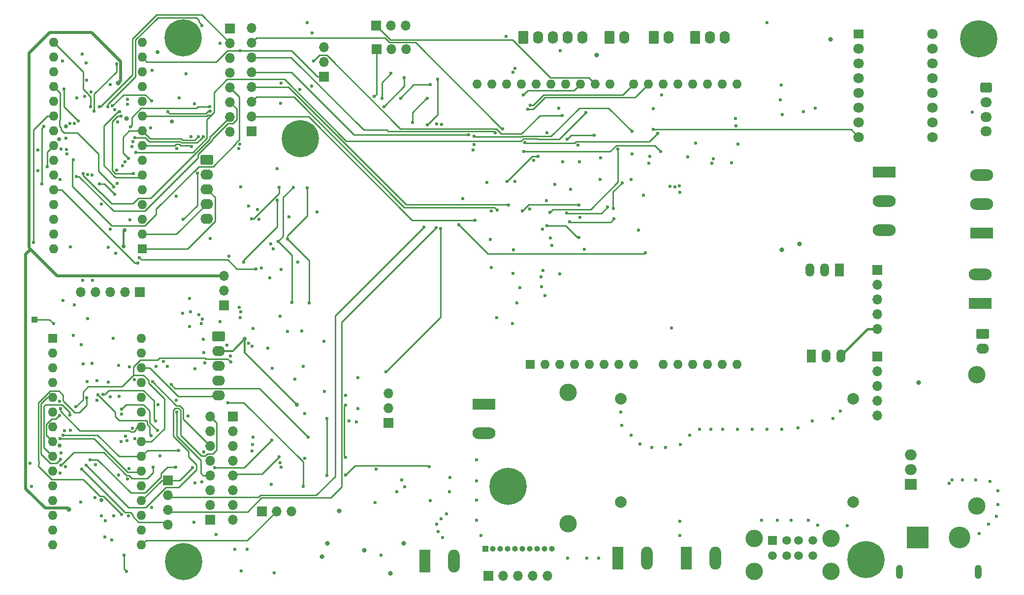
<source format=gbr>
%TF.GenerationSoftware,KiCad,Pcbnew,(6.0.0)*%
%TF.CreationDate,2022-06-20T16:18:32+01:00*%
%TF.ProjectId,RemoteLabs_supervisor_PCB,52656d6f-7465-44c6-9162-735f73757065,rev?*%
%TF.SameCoordinates,Original*%
%TF.FileFunction,Copper,L3,Inr*%
%TF.FilePolarity,Positive*%
%FSLAX46Y46*%
G04 Gerber Fmt 4.6, Leading zero omitted, Abs format (unit mm)*
G04 Created by KiCad (PCBNEW (6.0.0)) date 2022-06-20 16:18:32*
%MOMM*%
%LPD*%
G01*
G04 APERTURE LIST*
G04 Aperture macros list*
%AMRoundRect*
0 Rectangle with rounded corners*
0 $1 Rounding radius*
0 $2 $3 $4 $5 $6 $7 $8 $9 X,Y pos of 4 corners*
0 Add a 4 corners polygon primitive as box body*
4,1,4,$2,$3,$4,$5,$6,$7,$8,$9,$2,$3,0*
0 Add four circle primitives for the rounded corners*
1,1,$1+$1,$2,$3*
1,1,$1+$1,$4,$5*
1,1,$1+$1,$6,$7*
1,1,$1+$1,$8,$9*
0 Add four rect primitives between the rounded corners*
20,1,$1+$1,$2,$3,$4,$5,0*
20,1,$1+$1,$4,$5,$6,$7,0*
20,1,$1+$1,$6,$7,$8,$9,0*
20,1,$1+$1,$8,$9,$2,$3,0*%
G04 Aperture macros list end*
%TA.AperFunction,ComponentPad*%
%ADD10R,1.700000X1.700000*%
%TD*%
%TA.AperFunction,ComponentPad*%
%ADD11O,1.700000X1.700000*%
%TD*%
%TA.AperFunction,ComponentPad*%
%ADD12RoundRect,0.250000X-0.725000X0.600000X-0.725000X-0.600000X0.725000X-0.600000X0.725000X0.600000X0*%
%TD*%
%TA.AperFunction,ComponentPad*%
%ADD13O,1.950000X1.700000*%
%TD*%
%TA.AperFunction,ComponentPad*%
%ADD14C,3.000000*%
%TD*%
%TA.AperFunction,ComponentPad*%
%ADD15R,1.980000X3.960000*%
%TD*%
%TA.AperFunction,ComponentPad*%
%ADD16O,1.980000X3.960000*%
%TD*%
%TA.AperFunction,ComponentPad*%
%ADD17R,3.960000X1.980000*%
%TD*%
%TA.AperFunction,ComponentPad*%
%ADD18O,3.960000X1.980000*%
%TD*%
%TA.AperFunction,ComponentPad*%
%ADD19RoundRect,0.250000X-0.620000X-0.845000X0.620000X-0.845000X0.620000X0.845000X-0.620000X0.845000X0*%
%TD*%
%TA.AperFunction,ComponentPad*%
%ADD20O,1.740000X2.190000*%
%TD*%
%TA.AperFunction,ComponentPad*%
%ADD21R,1.500000X2.300000*%
%TD*%
%TA.AperFunction,ComponentPad*%
%ADD22O,1.500000X2.300000*%
%TD*%
%TA.AperFunction,ComponentPad*%
%ADD23R,1.000000X1.000000*%
%TD*%
%TA.AperFunction,ComponentPad*%
%ADD24O,1.000000X1.000000*%
%TD*%
%TA.AperFunction,ComponentPad*%
%ADD25RoundRect,0.250000X-0.845000X0.620000X-0.845000X-0.620000X0.845000X-0.620000X0.845000X0.620000X0*%
%TD*%
%TA.AperFunction,ComponentPad*%
%ADD26O,2.190000X1.740000*%
%TD*%
%TA.AperFunction,ComponentPad*%
%ADD27C,0.800000*%
%TD*%
%TA.AperFunction,ComponentPad*%
%ADD28C,6.400000*%
%TD*%
%TA.AperFunction,ComponentPad*%
%ADD29C,2.000000*%
%TD*%
%TA.AperFunction,ComponentPad*%
%ADD30R,1.600000X1.600000*%
%TD*%
%TA.AperFunction,ComponentPad*%
%ADD31O,1.600000X1.600000*%
%TD*%
%TA.AperFunction,ComponentPad*%
%ADD32C,3.716000*%
%TD*%
%TA.AperFunction,ComponentPad*%
%ADD33R,3.716000X3.716000*%
%TD*%
%TA.AperFunction,ComponentPad*%
%ADD34O,1.200000X2.400000*%
%TD*%
%TA.AperFunction,ComponentPad*%
%ADD35R,2.000000X1.905000*%
%TD*%
%TA.AperFunction,ComponentPad*%
%ADD36O,2.000000X1.905000*%
%TD*%
%TA.AperFunction,ComponentPad*%
%ADD37R,1.500000X1.500000*%
%TD*%
%TA.AperFunction,ComponentPad*%
%ADD38C,1.500000*%
%TD*%
%TA.AperFunction,ComponentPad*%
%ADD39R,1.800000X1.524000*%
%TD*%
%TA.AperFunction,ComponentPad*%
%ADD40C,1.800000*%
%TD*%
%TA.AperFunction,ViaPad*%
%ADD41C,0.600000*%
%TD*%
%TA.AperFunction,ViaPad*%
%ADD42C,0.700000*%
%TD*%
%TA.AperFunction,ViaPad*%
%ADD43C,0.800000*%
%TD*%
%TA.AperFunction,Conductor*%
%ADD44C,0.250000*%
%TD*%
%TA.AperFunction,Conductor*%
%ADD45C,0.300000*%
%TD*%
%TA.AperFunction,Conductor*%
%ADD46C,0.400000*%
%TD*%
%TA.AperFunction,Conductor*%
%ADD47C,0.500000*%
%TD*%
G04 APERTURE END LIST*
D10*
%TO.N,SERVO_1*%
%TO.C,J20*%
X110439200Y-24942800D03*
D11*
%TO.N,5V_DC_SERVO*%
X112979200Y-24942800D03*
%TO.N,GNDD*%
X115519200Y-24942800D03*
%TD*%
D12*
%TO.N,Net-(A4-Pad14)*%
%TO.C,J19*%
X215392000Y-35690800D03*
D13*
%TO.N,Net-(A4-Pad13)*%
X215392000Y-38190800D03*
%TO.N,Net-(J19-Pad3)*%
X215392000Y-40690800D03*
%TO.N,Net-(J19-Pad4)*%
X215392000Y-43190800D03*
%TD*%
D14*
%TO.N,12V_DC_BUS*%
%TO.C,F2*%
X143510000Y-88138000D03*
%TO.N,/DC Motor Controller/HC*%
X143510000Y-110738000D03*
%TD*%
D15*
%TO.N,GNDPWR*%
%TO.C,J31*%
X152044400Y-116636800D03*
D16*
%TO.N,5V_DC_RPI*%
X157044400Y-116636800D03*
%TD*%
D17*
%TO.N,/DC Motor Controller/HC3*%
%TO.C,J17*%
X197805200Y-50178600D03*
D18*
%TO.N,/DC Motor Controller/HC2*%
X197805200Y-55178600D03*
%TO.N,/DC Motor Controller/HC1*%
X197805200Y-60178600D03*
%TD*%
D10*
%TO.N,/Supervisor MCU/MOSI*%
%TO.C,J15*%
X101498400Y-33782000D03*
D11*
%TO.N,/Supervisor MCU/SCK*%
X101498400Y-31242000D03*
%TO.N,/Supervisor MCU/LATCH*%
X101498400Y-28702000D03*
%TD*%
D19*
%TO.N,/Digital Sensor Buffers/D_IN_B*%
%TO.C,J24*%
X158242000Y-27025600D03*
D20*
%TO.N,GNDD*%
X160782000Y-27025600D03*
%TD*%
D21*
%TO.N,12V_DC_BUS*%
%TO.C,U18*%
X190144400Y-67056000D03*
D22*
%TO.N,GND_PB*%
X187604400Y-67056000D03*
%TO.N,5V_DC_SERVO*%
X185064400Y-67056000D03*
%TD*%
D10*
%TO.N,STUDNT_LED3*%
%TO.C,J9*%
X74625200Y-103286400D03*
D11*
%TO.N,STUDNT_LED2*%
X74625200Y-105826400D03*
%TO.N,STUDNT_LED1*%
X74625200Y-108366400D03*
%TO.N,/Student MCU/SPARE_3*%
X74625200Y-110906400D03*
%TD*%
D19*
%TO.N,/Digital Sensor Buffers/D_IN_A*%
%TO.C,J23*%
X150622000Y-26994800D03*
D20*
%TO.N,GNDD*%
X153162000Y-26994800D03*
%TD*%
D10*
%TO.N,/Output Logic/SUPERVISOR_MOTOR_EN*%
%TO.C,J14*%
X89001600Y-43180000D03*
D11*
%TO.N,PEND_ENABLE*%
X89001600Y-40640000D03*
%TO.N,/Output Logic/MCU_STEP_SELECT*%
X89001600Y-38100000D03*
%TO.N,/Output Logic/MCU_PIXEL_SELECT*%
X89001600Y-35560000D03*
%TO.N,/Output Logic/SUPERVISOR_DIRECTION*%
X89001600Y-33020000D03*
%TO.N,/Output Logic/SUPERVISOR_STEP_SLP*%
X89001600Y-30480000D03*
%TO.N,/Output Logic/SUPERVISOR_STEP_RST*%
X89001600Y-27940000D03*
%TO.N,STEPP_EN*%
X89001600Y-25400000D03*
%TD*%
D15*
%TO.N,GNDPWR*%
%TO.C,J30*%
X163830000Y-116636800D03*
D16*
%TO.N,12V_DC_BUS*%
X168830000Y-116636800D03*
%TD*%
D23*
%TO.N,GNDPWR*%
%TO.C,J32*%
X129250600Y-115062000D03*
D24*
X130520600Y-115062000D03*
X131790600Y-115062000D03*
X133060600Y-115062000D03*
X134330600Y-115062000D03*
X135600600Y-115062000D03*
X136870600Y-115062000D03*
X138140600Y-115062000D03*
X139410600Y-115062000D03*
X140680600Y-115062000D03*
%TD*%
D25*
%TO.N,GNDD*%
%TO.C,J26*%
X83362800Y-78486000D03*
D26*
%TO.N,3V3_DC_MCU*%
X83362800Y-81026000D03*
%TO.N,/Student MCU/PROG_TX*%
X83362800Y-83566000D03*
%TO.N,/Student MCU/PROG_RX*%
X83362800Y-86106000D03*
%TO.N,/Student MCU/MCU_RESET*%
X83362800Y-88646000D03*
%TD*%
D10*
%TO.N,5V_DC_RPI*%
%TO.C,J29*%
X84328000Y-73137000D03*
D11*
%TO.N,/Power Input & Distribution/5_to_3v3_reg*%
X84328000Y-70597000D03*
%TO.N,USB_BUS*%
X84328000Y-68057000D03*
%TD*%
D15*
%TO.N,Net-(J22-Pad1)*%
%TO.C,J22*%
X118872000Y-117195600D03*
D16*
%TO.N,Net-(J22-Pad2)*%
X123872000Y-117195600D03*
%TD*%
D27*
%TO.N,N/C*%
%TO.C,H5*%
X131449744Y-105989456D03*
X131449744Y-102595344D03*
X134843856Y-102595344D03*
X133146800Y-106692400D03*
D28*
X133146800Y-104292400D03*
D27*
X130746800Y-104292400D03*
X134843856Y-105989456D03*
X135546800Y-104292400D03*
X133146800Y-101892400D03*
%TD*%
D10*
%TO.N,SERVO_2*%
%TO.C,J21*%
X110540800Y-29057600D03*
D11*
%TO.N,5V_DC_SERVO*%
X113080800Y-29057600D03*
%TO.N,GNDD*%
X115620800Y-29057600D03*
%TD*%
D29*
%TO.N,GNDPWR*%
%TO.C,A5*%
X192506600Y-89204800D03*
%TO.N,12V_DC_BUS*%
X192506600Y-106984800D03*
%TO.N,GNDPWR*%
X152501600Y-89204800D03*
%TO.N,5V_DC_RPI*%
X152501600Y-106984800D03*
%TD*%
D19*
%TO.N,5V_DC_LED*%
%TO.C,J2*%
X165303200Y-27025600D03*
D20*
%TO.N,Net-(J2-Pad2)*%
X167843200Y-27025600D03*
%TO.N,GNDD*%
X170383200Y-27025600D03*
%TD*%
D14*
%TO.N,/Power Input & Distribution/12V_DC*%
%TO.C,F1*%
X213715600Y-107696000D03*
%TO.N,/Power Input & Distribution/12V*%
X213715600Y-85096000D03*
%TD*%
D10*
%TO.N,/Output Logic/STUDENT_MOTOR_EN*%
%TO.C,J10*%
X85852000Y-92303600D03*
D11*
%TO.N,/Student MCU/SHIFT_1*%
X85852000Y-94843600D03*
%TO.N,/Student MCU/SHIFT_2*%
X85852000Y-97383600D03*
%TO.N,/Student MCU/SHIFT_3*%
X85852000Y-99923600D03*
%TO.N,/Output Logic/STUDENT_DIRECTION*%
X85852000Y-102463600D03*
%TO.N,/Output Logic/STUDENT_STEP_SLP*%
X85852000Y-105003600D03*
%TO.N,/Output Logic/STUDENT_STEP_RST*%
X85852000Y-107543600D03*
%TO.N,/Student MCU/SHIFT_7*%
X85852000Y-110083600D03*
%TD*%
D27*
%TO.N,N/C*%
%TO.C,H1*%
X78963856Y-25430144D03*
X79666800Y-27127200D03*
X78963856Y-28824256D03*
X74866800Y-27127200D03*
X77266800Y-24727200D03*
X77266800Y-29527200D03*
D28*
X77266800Y-27127200D03*
D27*
X75569744Y-25430144D03*
X75569744Y-28824256D03*
%TD*%
D17*
%TO.N,/DC Motor Controller/HC*%
%TO.C,J16*%
X128981200Y-90148200D03*
D18*
%TO.N,GNDPWR*%
X128981200Y-95148200D03*
%TD*%
D17*
%TO.N,/DC Motor Controller/HC1*%
%TO.C,J18*%
X214579200Y-60706000D03*
D18*
%TO.N,/DC Motor Controller/HC2*%
X214579200Y-55706000D03*
%TO.N,/DC Motor Controller/HC3*%
X214579200Y-50706000D03*
%TD*%
D10*
%TO.N,12V_DC_BUS*%
%TO.C,J33*%
X196646800Y-81991200D03*
D11*
X196646800Y-84531200D03*
X196646800Y-87071200D03*
X196646800Y-89611200D03*
X196646800Y-92151200D03*
%TD*%
D27*
%TO.N,N/C*%
%TO.C,H2*%
X79065456Y-115549344D03*
X79768400Y-117246400D03*
X77368400Y-119646400D03*
X77368400Y-114846400D03*
X79065456Y-118943456D03*
X75671344Y-115549344D03*
X74968400Y-117246400D03*
D28*
X77368400Y-117246400D03*
D27*
X75671344Y-118943456D03*
%TD*%
D30*
%TO.N,/Supervisor MCU/PROG_TX*%
%TO.C,A2*%
X70231000Y-63432923D03*
D31*
%TO.N,/Supervisor MCU/PROG_RX*%
X70231000Y-60892923D03*
%TO.N,/Supervisor MCU/MCU_RESET*%
X70231000Y-58352923D03*
%TO.N,GNDD*%
X70231000Y-55812923D03*
%TO.N,/Digital Sensor Buffers/D_OUT_E1*%
X70231000Y-53272923D03*
%TO.N,/Digital Sensor Buffers/D_OUT_C1*%
X70231000Y-50732923D03*
%TO.N,/Digital Sensor Buffers/D_OUT_D1*%
X70231000Y-48192923D03*
%TO.N,/Output Logic/SUPERVISOR_PIXEL_DATA*%
X70231000Y-45652923D03*
%TO.N,/Output Logic/SUPERVISOR_STEP*%
X70231000Y-43112923D03*
%TO.N,SUP_LED2*%
X70231000Y-40572923D03*
%TO.N,/Supervisor MCU/LATCH*%
X70231000Y-38032923D03*
%TO.N,SERVO_1*%
X70231000Y-35492923D03*
%TO.N,/Output Logic/SUPERVISOR_MOTOR_PWM*%
X70231000Y-32952923D03*
%TO.N,/Supervisor MCU/MOSI*%
X70231000Y-30412923D03*
%TO.N,SUP_LED1*%
X70231000Y-27872923D03*
%TO.N,/Supervisor MCU/SCK*%
X54991000Y-27872923D03*
%TO.N,3V3_DC_MCU*%
X54991000Y-30412923D03*
%TO.N,unconnected-(A2-Pad18)*%
X54991000Y-32952923D03*
%TO.N,/Supervisor MCU/STDNT_DC_M_DIR_2*%
X54991000Y-35492923D03*
%TO.N,/Supervisor MCU/STDNT_DC_M_DIR_1*%
X54991000Y-38032923D03*
%TO.N,/Supervisor MCU/STDNT_SRVO_RX_1*%
X54991000Y-40572923D03*
%TO.N,/Analog Sensor Buffers/A_OUT_C1*%
X54991000Y-43112923D03*
%TO.N,/Digital Sensor Buffers/D_OUT_A1*%
X54991000Y-45652923D03*
%TO.N,/Digital Sensor Buffers/D_OUT_F1*%
X54991000Y-48192923D03*
%TO.N,/Analog Sensor Buffers/A_OUT_B1*%
X54991000Y-50732923D03*
%TO.N,/Analog Sensor Buffers/A_OUT_A1*%
X54991000Y-53272923D03*
%TO.N,unconnected-(A2-Pad27)*%
X54991000Y-55812923D03*
%TO.N,/Supervisor MCU/MCU_RESET*%
X54991000Y-58352923D03*
%TO.N,GNDD*%
X54991000Y-60892923D03*
%TO.N,unconnected-(A2-Pad30)*%
X54991000Y-63432923D03*
%TD*%
D10*
%TO.N,3V3_DC_MCU*%
%TO.C,J36*%
X69850000Y-70866000D03*
D11*
X67310000Y-70866000D03*
X64770000Y-70866000D03*
X62230000Y-70866000D03*
X59690000Y-70866000D03*
%TD*%
D23*
%TO.N,Net-(J28-Pad1)*%
%TO.C,J28*%
X51714400Y-75590400D03*
%TD*%
D21*
%TO.N,12V_DC_BUS*%
%TO.C,U1*%
X185318400Y-81838800D03*
D22*
%TO.N,GND_PB*%
X187858400Y-81838800D03*
%TO.N,5V_DC_LED*%
X190398400Y-81838800D03*
%TD*%
D32*
%TO.N,GNDPWR*%
%TO.C,J3*%
X210820000Y-113080800D03*
D33*
%TO.N,/Power Input & Distribution/12V_DC*%
X203620000Y-113080800D03*
D34*
%TO.N,unconnected-(J3-PadS1)*%
X200470000Y-119080800D03*
%TO.N,unconnected-(J3-PadS2)*%
X213970000Y-119080800D03*
%TD*%
D25*
%TO.N,GNDD*%
%TO.C,J1*%
X81330800Y-48056800D03*
D26*
%TO.N,3V3_DC_MCU*%
X81330800Y-50596800D03*
%TO.N,/Supervisor MCU/PROG_TX*%
X81330800Y-53136800D03*
%TO.N,/Supervisor MCU/PROG_RX*%
X81330800Y-55676800D03*
%TO.N,/Supervisor MCU/MCU_RESET*%
X81330800Y-58216800D03*
%TD*%
D30*
%TO.N,/Student MCU/PROG_TX*%
%TO.C,A1*%
X54856000Y-78868500D03*
D31*
%TO.N,/Student MCU/PROG_RX*%
X54856000Y-81408500D03*
%TO.N,/Student MCU/MCU_RESET*%
X54856000Y-83948500D03*
%TO.N,GNDD*%
X54856000Y-86488500D03*
%TO.N,OE_B*%
X54856000Y-89028500D03*
%TO.N,OE_A*%
X54856000Y-91568500D03*
%TO.N,OE_IDX*%
X54856000Y-94108500D03*
%TO.N,/Output Logic/STUDENT_PIXEL_DATA*%
X54856000Y-96648500D03*
%TO.N,/Output Logic/STUDENT_STEP*%
X54856000Y-99188500D03*
%TO.N,/Student MCU/DC_MOTOR_DIR2*%
X54856000Y-101728500D03*
%TO.N,/Student MCU/LATCH*%
X54856000Y-104268500D03*
%TO.N,/Student MCU/SERVO_1*%
X54856000Y-106808500D03*
%TO.N,/Output Logic/STUDENT_MOTOR_PWM*%
X54856000Y-109348500D03*
%TO.N,/Student MCU/MOSI*%
X54856000Y-111888500D03*
%TO.N,/Student MCU/DC_MOTOR_DIR1*%
X54856000Y-114428500D03*
%TO.N,/Student MCU/SCK*%
X70096000Y-114428500D03*
%TO.N,3V3_DC_MCU*%
X70096000Y-111888500D03*
%TO.N,unconnected-(A1-Pad18)*%
X70096000Y-109348500D03*
%TO.N,STUDNT_LED3*%
X70096000Y-106808500D03*
%TO.N,STUDNT_LED2*%
X70096000Y-104268500D03*
%TO.N,STUDNT_LED1*%
X70096000Y-101728500D03*
%TO.N,/Analog Sensor Buffers/A_OUT_C2*%
X70096000Y-99188500D03*
%TO.N,LIMIT_1*%
X70096000Y-96648500D03*
%TO.N,STU_STP_FLT*%
X70096000Y-94108500D03*
%TO.N,/Analog Sensor Buffers/A_OUT_B2*%
X70096000Y-91568500D03*
%TO.N,/Analog Sensor Buffers/A_OUT_A2*%
X70096000Y-89028500D03*
%TO.N,unconnected-(A1-Pad27)*%
X70096000Y-86488500D03*
%TO.N,/Student MCU/MCU_RESET*%
X70096000Y-83948500D03*
%TO.N,GNDD*%
X70096000Y-81408500D03*
%TO.N,unconnected-(A1-Pad30)*%
X70096000Y-78868500D03*
%TD*%
D30*
%TO.N,unconnected-(A3-Pad1)*%
%TO.C,A3*%
X136956800Y-83309520D03*
D31*
%TO.N,unconnected-(A3-Pad2)*%
X139496800Y-83309520D03*
%TO.N,unconnected-(A3-Pad3)*%
X142036800Y-83309520D03*
%TO.N,unconnected-(A3-Pad4)*%
X144576800Y-83309520D03*
%TO.N,5V_DC_SERVO*%
X147116800Y-83309520D03*
%TO.N,GNDD*%
X149656800Y-83309520D03*
X152196800Y-83309520D03*
%TO.N,unconnected-(A3-Pad8)*%
X154736800Y-83309520D03*
%TO.N,M_I_SENSE_1*%
X159816800Y-83309520D03*
%TO.N,M_I_SENSE_2*%
X162356800Y-83309520D03*
%TO.N,unconnected-(A3-Pad11)*%
X164896800Y-83309520D03*
%TO.N,unconnected-(A3-Pad12)*%
X167436800Y-83309520D03*
%TO.N,unconnected-(A3-Pad13)*%
X169976800Y-83309520D03*
%TO.N,unconnected-(A3-Pad14)*%
X172516800Y-83309520D03*
%TO.N,unconnected-(A3-Pad15)*%
X172516800Y-35049520D03*
%TO.N,unconnected-(A3-Pad16)*%
X169976800Y-35049520D03*
%TO.N,SUP_LED2*%
X167436800Y-35049520D03*
%TO.N,/DC Motor Controller/IN_1*%
X164896800Y-35049520D03*
%TO.N,/DC Motor Controller/PENDULUM_PIN_1*%
X162356800Y-35049520D03*
%TO.N,PEND_ENABLE*%
X159816800Y-35049520D03*
%TO.N,STUDNT_LED1*%
X157276800Y-35049520D03*
%TO.N,STUDNT_LED2*%
X154736800Y-35049520D03*
%TO.N,STUDNT_LED3*%
X150676800Y-35049520D03*
%TO.N,SERVO_1*%
X148136800Y-35049520D03*
%TO.N,SUP_LED1*%
X145596800Y-35049520D03*
%TO.N,/DC Motor Controller/IN_2*%
X143056800Y-35049520D03*
%TO.N,/DC Motor Controller/ENABLE*%
X140516800Y-35049520D03*
X137976800Y-35049520D03*
%TO.N,GNDD*%
X135436800Y-35049520D03*
%TO.N,unconnected-(A3-Pad30)*%
X132896800Y-35049520D03*
%TO.N,unconnected-(A3-Pad31)*%
X130356800Y-35049520D03*
%TO.N,unconnected-(A3-Pad32)*%
X127816800Y-35049520D03*
%TD*%
D35*
%TO.N,/Power Input & Distribution/01*%
%TO.C,Q1*%
X202438000Y-103936800D03*
D36*
%TO.N,/Power Input & Distribution/12V*%
X202438000Y-101396800D03*
%TO.N,12V_DC_BUS*%
X202438000Y-98856800D03*
%TD*%
D19*
%TO.N,5V_DC_RPI*%
%TO.C,J25*%
X135788400Y-27025600D03*
D20*
%TO.N,/Digital Sensor Buffers/D_IN_C*%
X138328400Y-27025600D03*
%TO.N,/Digital Sensor Buffers/D_IN_D*%
X140868400Y-27025600D03*
%TO.N,/Digital Sensor Buffers/D_IN_E*%
X143408400Y-27025600D03*
%TO.N,GNDD*%
X145948400Y-27025600D03*
%TD*%
D10*
%TO.N,Net-(J27-Pad1)*%
%TO.C,J27*%
X112572800Y-93355400D03*
D11*
%TO.N,A_BUFFER_OUT_A*%
X112572800Y-90815400D03*
%TO.N,A_BUFFER_OUT_B*%
X112572800Y-88275400D03*
%TD*%
D10*
%TO.N,/Student MCU/MOSI*%
%TO.C,J11*%
X90779600Y-108610400D03*
D11*
%TO.N,/Student MCU/SCK*%
X93319600Y-108610400D03*
%TO.N,/Student MCU/LATCH*%
X95859600Y-108610400D03*
%TD*%
D10*
%TO.N,Net-(J8-Pad1)*%
%TO.C,J8*%
X81889600Y-110032800D03*
D11*
%TO.N,Net-(J8-Pad2)*%
X81889600Y-107492800D03*
%TO.N,Net-(J8-Pad3)*%
X81889600Y-104952800D03*
%TO.N,Net-(J8-Pad4)*%
X81889600Y-102412800D03*
%TO.N,Net-(J8-Pad5)*%
X81889600Y-99872800D03*
%TO.N,Net-(J8-Pad6)*%
X81889600Y-97332800D03*
%TO.N,Net-(J8-Pad7)*%
X81889600Y-94792800D03*
%TO.N,/Student MCU/MODE_2*%
X81889600Y-92252800D03*
%TD*%
D27*
%TO.N,N/C*%
%TO.C,H6*%
X196362656Y-118638656D03*
X192968544Y-118638656D03*
X196362656Y-115244544D03*
D28*
X194665600Y-116941600D03*
D27*
X194665600Y-114541600D03*
X197065600Y-116941600D03*
X192265600Y-116941600D03*
X192968544Y-115244544D03*
X194665600Y-119341600D03*
%TD*%
%TO.N,N/C*%
%TO.C,H3*%
X215819056Y-28976656D03*
X216522000Y-27279600D03*
D28*
X214122000Y-27279600D03*
D27*
X215819056Y-25582544D03*
X212424944Y-25582544D03*
X214122000Y-29679600D03*
X212424944Y-28976656D03*
X214122000Y-24879600D03*
X211722000Y-27279600D03*
%TD*%
D10*
%TO.N,5V_DC_LED*%
%TO.C,J34*%
X196646800Y-67061000D03*
D11*
X196646800Y-69601000D03*
X196646800Y-72141000D03*
X196646800Y-74681000D03*
X196646800Y-77221000D03*
%TD*%
D10*
%TO.N,5V_DC_RPI*%
%TO.C,J35*%
X129748200Y-119735600D03*
D11*
X132288200Y-119735600D03*
X134828200Y-119735600D03*
X137368200Y-119735600D03*
X139908200Y-119735600D03*
%TD*%
D25*
%TO.N,GNDPWR*%
%TO.C,J4*%
X214731600Y-78079600D03*
D26*
%TO.N,12V_DC_BUS*%
X214731600Y-80619600D03*
%TD*%
D37*
%TO.N,5V_DC_RPI*%
%TO.C,J5*%
X178584000Y-113643600D03*
D38*
%TO.N,unconnected-(J5-Pad2)*%
X181084000Y-113643600D03*
%TO.N,unconnected-(J5-Pad3)*%
X183084000Y-113643600D03*
%TO.N,GNDPWR*%
X185584000Y-113643600D03*
%TO.N,5V_DC_RPI*%
X178584000Y-116263600D03*
%TO.N,unconnected-(J5-Pad6)*%
X181084000Y-116263600D03*
%TO.N,unconnected-(J5-Pad7)*%
X183084000Y-116263600D03*
%TO.N,GNDPWR*%
X185584000Y-116263600D03*
D14*
X188654000Y-118973600D03*
X188654000Y-113293600D03*
X175514000Y-118973600D03*
X175514000Y-113293600D03*
%TD*%
D17*
%TO.N,GNDPWR*%
%TO.C,J6*%
X214376000Y-72847200D03*
D18*
%TO.N,5V_DC_LED*%
X214376000Y-67847200D03*
%TD*%
D27*
%TO.N,N/C*%
%TO.C,H4*%
X99783600Y-44450000D03*
X97383600Y-42050000D03*
X99080656Y-42752944D03*
X97383600Y-46850000D03*
D28*
X97383600Y-44450000D03*
D27*
X99080656Y-46147056D03*
X95686544Y-42752944D03*
X95686544Y-46147056D03*
X94983600Y-44450000D03*
%TD*%
D10*
%TO.N,Net-(J12-Pad1)*%
%TO.C,J12*%
X85293200Y-25450800D03*
D11*
%TO.N,Net-(J12-Pad2)*%
X85293200Y-27990800D03*
%TO.N,Net-(J12-Pad3)*%
X85293200Y-30530800D03*
%TO.N,Net-(J12-Pad4)*%
X85293200Y-33070800D03*
%TO.N,Net-(J12-Pad5)*%
X85293200Y-35610800D03*
%TO.N,Net-(J12-Pad6)*%
X85293200Y-38150800D03*
%TO.N,SERVO_2*%
X85293200Y-40690800D03*
%TO.N,MODE_2*%
X85293200Y-43230800D03*
%TD*%
D39*
%TO.N,STEPP_EN*%
%TO.C,A4*%
X193446400Y-26416000D03*
D40*
%TO.N,MODE_0*%
X193446400Y-28956000D03*
%TO.N,MODE_1*%
X193446400Y-31496000D03*
%TO.N,MODE_2*%
X193446400Y-34036000D03*
%TO.N,/Output Logic/STEP_RST_OUT*%
X193446400Y-36576000D03*
%TO.N,/Output Logic/STEP_SLP_OUT*%
X193446400Y-39116000D03*
%TO.N,/DC Motor Controller/PENDULUM_PIN_1*%
X193446400Y-41656000D03*
%TO.N,/Output Logic/DIRECTION_OUT*%
X193446400Y-44196000D03*
%TO.N,GNDPWR*%
X206146400Y-44196000D03*
%TO.N,STPPR_FAULT*%
X206146400Y-41656000D03*
%TO.N,Net-(J19-Pad3)*%
X206146400Y-39116000D03*
%TO.N,Net-(J19-Pad4)*%
X206146400Y-36576000D03*
%TO.N,Net-(A4-Pad13)*%
X206146400Y-34036000D03*
%TO.N,Net-(A4-Pad14)*%
X206146400Y-31496000D03*
%TO.N,GNDPWR*%
X206146400Y-28956000D03*
%TO.N,12V_DC_BUS*%
X206146400Y-26416000D03*
%TD*%
D41*
%TO.N,Net-(J19-Pad4)*%
X213004400Y-39878000D03*
%TO.N,PEND_ENABLE*%
X152044400Y-46228000D03*
%TO.N,/Student MCU/PROG_TX*%
X68537670Y-94299700D03*
X78130400Y-92172199D03*
D42*
%TO.N,3V3_DC_MCU*%
X67056000Y-62992000D03*
X56054438Y-97268907D03*
X87884000Y-78943200D03*
X72898000Y-29565600D03*
X67157600Y-60198000D03*
D43*
X67564000Y-40944800D03*
D42*
X63195200Y-106699400D03*
D43*
X102108000Y-114096800D03*
X108407200Y-115316000D03*
D42*
X96824800Y-90220800D03*
X55903333Y-44579067D03*
X75285600Y-41503600D03*
X57099200Y-42367200D03*
D41*
%TO.N,/Student MCU/PROG_RX*%
X72927004Y-90273158D03*
%TO.N,/Student MCU/MCU_RESET*%
X71831200Y-107950000D03*
X86156800Y-115112800D03*
X88290400Y-115163600D03*
X79095600Y-110490000D03*
%TO.N,STUDNT_LED3*%
X132994400Y-51816000D03*
X66676365Y-109139547D03*
X82702400Y-101092000D03*
X121591025Y-59948437D03*
X112166400Y-84582000D03*
X78892400Y-101092000D03*
X92481400Y-96393000D03*
X138328400Y-47498000D03*
X105192993Y-88646651D03*
X60706000Y-89103200D03*
X141884400Y-39243000D03*
%TO.N,STUDNT_LED2*%
X118643400Y-59690000D03*
X136961741Y-38684432D03*
X62653751Y-88572730D03*
X71749846Y-95605600D03*
X120902775Y-41905563D03*
%TO.N,OE_B*%
X79959200Y-74777600D03*
X56184800Y-99618800D03*
X78536800Y-74218800D03*
X86918800Y-73507600D03*
%TO.N,STUDNT_LED1*%
X136550400Y-39370000D03*
X121691400Y-42037000D03*
X56095358Y-96114454D03*
X120802400Y-59817000D03*
%TO.N,OE_A*%
X80363041Y-76304159D03*
X78333600Y-76809600D03*
X57059524Y-100960600D03*
X60870111Y-75477089D03*
X97891600Y-83667600D03*
%TO.N,/Analog Sensor Buffers/A_OUT_C2*%
X76517859Y-98132543D03*
X80811110Y-98406967D03*
X82956400Y-112623600D03*
X110286800Y-107137200D03*
X56575631Y-95475282D03*
%TO.N,OE_IDX*%
X87121841Y-75285759D03*
X73843211Y-82823989D03*
X64373452Y-86380581D03*
X80721200Y-78994000D03*
X83616800Y-75946000D03*
%TO.N,LIMIT_1*%
X85478451Y-82923813D03*
X92608400Y-84023200D03*
X58841300Y-90626409D03*
%TO.N,/Output Logic/STUDENT_PIXEL_DATA*%
X74544814Y-83688814D03*
X72586080Y-83688814D03*
X142046590Y-67726190D03*
X80846134Y-81252534D03*
X146262989Y-63485100D03*
X88555927Y-79638456D03*
X56036644Y-92124221D03*
X84837934Y-80009808D03*
%TO.N,STU_STP_FLT*%
X77216000Y-74523600D03*
X87172800Y-74269600D03*
X80568800Y-75488800D03*
X56157557Y-90897752D03*
%TO.N,/Output Logic/STUDENT_STEP*%
X85381951Y-81878700D03*
X79273400Y-84074000D03*
X80975200Y-83058000D03*
X68884800Y-85953600D03*
X57797258Y-92067762D03*
X89132805Y-80192005D03*
%TO.N,/Analog Sensor Buffers/A_OUT_B2*%
X84988400Y-89916000D03*
X56872629Y-94732991D03*
X97891600Y-104343200D03*
%TO.N,/Student MCU/DC_MOTOR_DIR2*%
X59978800Y-68868800D03*
X58515489Y-73095089D03*
%TO.N,/Analog Sensor Buffers/A_OUT_A2*%
X62484000Y-89509600D03*
X75234800Y-86817200D03*
X98770100Y-95836367D03*
%TO.N,/Student MCU/LATCH*%
X89255600Y-95859600D03*
%TO.N,/Student MCU/SERVO_1*%
X51206400Y-104343200D03*
%TO.N,/Output Logic/STUDENT_MOTOR_PWM*%
X139741905Y-55138980D03*
%TO.N,/Student MCU/MOSI*%
X89204800Y-97129600D03*
%TO.N,/Student MCU/DC_MOTOR_DIR1*%
X61719567Y-68806500D03*
%TO.N,/Student MCU/SCK*%
X62155257Y-106242610D03*
X62164987Y-100625062D03*
X89103200Y-98196400D03*
%TO.N,/Supervisor MCU/PROG_TX*%
X56235600Y-46228000D03*
%TO.N,/Supervisor MCU/PROG_RX*%
X57173083Y-46317479D03*
%TO.N,/Supervisor MCU/MCU_RESET*%
X79705200Y-50393600D03*
X77283077Y-58352923D03*
X76568984Y-37437116D03*
X79197200Y-38455600D03*
%TO.N,/Supervisor MCU/STDNT_DC_M_DIR_2*%
X64359374Y-63176611D03*
X65313900Y-52745300D03*
%TO.N,/Supervisor MCU/STDNT_DC_M_DIR_1*%
X65684400Y-64211200D03*
X60835316Y-50652961D03*
X52984400Y-52273200D03*
X53315086Y-42353953D03*
%TO.N,/Digital Sensor Buffers/D_OUT_E1*%
X88560550Y-56067050D03*
X76123080Y-54331320D03*
X68681600Y-50444400D03*
X66598800Y-40589200D03*
%TO.N,/Supervisor MCU/STDNT_SRVO_RX_1*%
X51511200Y-62280800D03*
X60328267Y-37165730D03*
%TO.N,/Digital Sensor Buffers/D_OUT_C1*%
X66329898Y-39836275D03*
X94132400Y-66954400D03*
%TO.N,/Analog Sensor Buffers/A_OUT_C1*%
X61417200Y-36423600D03*
X71678800Y-42621200D03*
X107101300Y-93229069D03*
%TO.N,/Digital Sensor Buffers/D_OUT_D1*%
X90068400Y-56642000D03*
X68478400Y-45770800D03*
%TO.N,/Digital Sensor Buffers/D_OUT_A1*%
X53866489Y-49257511D03*
X66891040Y-49123821D03*
X68150266Y-58396666D03*
X89763600Y-66852800D03*
X69748400Y-64922400D03*
%TO.N,/Output Logic/SUPERVISOR_PIXEL_DATA*%
X78704101Y-45836501D03*
X141181264Y-52315936D03*
X86867647Y-46174455D03*
X145539385Y-57970011D03*
X137526373Y-48167204D03*
%TO.N,/Digital Sensor Buffers/D_OUT_F1*%
X67305022Y-48439845D03*
X56083200Y-51511200D03*
X90322400Y-58369200D03*
%TO.N,/Output Logic/SUPERVISOR_STEP*%
X127116500Y-46370611D03*
X86980500Y-45382957D03*
X67859011Y-47863389D03*
X79854154Y-44109300D03*
%TO.N,/Analog Sensor Buffers/A_OUT_B1*%
X80728763Y-44100731D03*
X68943255Y-44246830D03*
X105831590Y-93077285D03*
%TO.N,SUP_LED2*%
X69102900Y-46786800D03*
X146507200Y-39928800D03*
%TO.N,/Analog Sensor Buffers/A_OUT_A1*%
X69507370Y-65845638D03*
X101549200Y-87985600D03*
X61628879Y-50750239D03*
%TO.N,/Supervisor MCU/LATCH*%
X97355641Y-35994359D03*
X67716400Y-38557200D03*
X99364800Y-35356800D03*
%TO.N,/Output Logic/SUPERVISOR_MOTOR_PWM*%
X64719200Y-35102800D03*
X56794400Y-35864800D03*
X145455819Y-48397500D03*
X59253429Y-41412023D03*
%TO.N,/Supervisor MCU/MOSI*%
X61925200Y-39674800D03*
X87071200Y-29260800D03*
X65798500Y-31543377D03*
%TO.N,SUP_LED1*%
X142577070Y-48397500D03*
X67665600Y-37693600D03*
X135756014Y-36923910D03*
X71924678Y-32688525D03*
%TO.N,/Supervisor MCU/SCK*%
X61315121Y-38917615D03*
%TO.N,/DC Motor Controller/PENDULUM_PIN_1*%
X157505400Y-47498000D03*
X162661625Y-53690557D03*
X159537400Y-36957000D03*
%TO.N,/DC Motor Controller/IN_1*%
X145186400Y-45593000D03*
%TO.N,/Output Logic/STEP_SLP_OUT*%
X171602400Y-48641000D03*
%TO.N,/Output Logic/STUDENT_STEP_SLP*%
X133908800Y-76301600D03*
X93965489Y-100208514D03*
%TO.N,/Output Logic/SUPERVISOR_STEP_SLP*%
X130944497Y-43451052D03*
%TO.N,STEPP_EN*%
X177698400Y-24511000D03*
%TO.N,M_I_SENSE_1*%
X123088400Y-105257600D03*
%TO.N,M_I_SENSE_2*%
X123190000Y-102768400D03*
%TO.N,MODE_0*%
X81889600Y-39725600D03*
X180136800Y-35255200D03*
X172262800Y-40944800D03*
X74602516Y-39828854D03*
X65521340Y-39494193D03*
%TO.N,MODE_1*%
X179933600Y-37795200D03*
X71831200Y-37947600D03*
X65118288Y-38803719D03*
X172339532Y-42250700D03*
%TO.N,MODE_2*%
X80518000Y-24942800D03*
X83642200Y-28067000D03*
X180340000Y-40335200D03*
X172720000Y-45415200D03*
X183946800Y-39776400D03*
X165445811Y-45253011D03*
X64322048Y-38927700D03*
%TO.N,/Output Logic/STEP_RST_OUT*%
X168473359Y-47961513D03*
%TO.N,/Output Logic/DIRECTION_OUT*%
X158129900Y-42838549D03*
%TO.N,STPPR_FAULT*%
X93472000Y-49631600D03*
X168172628Y-48702300D03*
X164010359Y-47627559D03*
%TO.N,GNDPWR*%
X217169750Y-109473750D03*
X154330400Y-95504000D03*
X148691600Y-116636800D03*
X177665279Y-94521121D03*
X185451689Y-93084711D03*
X172585279Y-94521121D03*
X175125279Y-94521121D03*
X127747289Y-103341911D03*
X191465200Y-111048800D03*
X189064900Y-92646500D03*
X160223200Y-97586800D03*
X183040121Y-94241721D03*
X162788600Y-97155000D03*
X155829000Y-97002600D03*
X157886400Y-97586800D03*
X162712400Y-110337600D03*
X211277200Y-103225600D03*
X217415111Y-105063289D03*
X215823550Y-110819950D03*
X152679400Y-93853000D03*
X184759600Y-110185200D03*
X127747289Y-99735111D03*
X127747289Y-106643911D03*
X217415111Y-107450889D03*
X128473200Y-112776000D03*
X181864000Y-110185200D03*
X209518000Y-103225600D03*
X179476400Y-110185200D03*
X143357600Y-116636800D03*
X186397200Y-111036800D03*
X168013279Y-94521121D03*
X162712400Y-112776000D03*
X190334900Y-91376500D03*
X213563200Y-103225600D03*
X208975200Y-103768400D03*
X166082879Y-94521121D03*
X185953400Y-39243000D03*
X216077800Y-103505000D03*
X176784000Y-110185200D03*
X152501600Y-91490800D03*
D43*
X188569600Y-27381200D03*
D41*
X214197950Y-112445550D03*
D43*
X203758800Y-86410800D03*
D41*
X127747289Y-110149111D03*
X146659600Y-116636800D03*
X164414200Y-95529400D03*
X180205279Y-94521121D03*
X170045279Y-94521121D03*
D43*
%TO.N,5V_DC_RPI*%
X148361400Y-30099000D03*
D41*
%TO.N,Net-(C3-Pad1)*%
X67106800Y-116179600D03*
X67513200Y-118922800D03*
%TO.N,Net-(C11-Pad2)*%
X56312340Y-100676135D03*
X56018629Y-89648751D03*
X72085200Y-101041200D03*
%TO.N,/Supervisor MCU/HSE_IN*%
X65532000Y-54051200D03*
X62890400Y-52222400D03*
D43*
%TO.N,USB_BUS*%
X66090800Y-34899600D03*
X57658000Y-108254800D03*
D41*
%TO.N,/Student MCU/USB_P*%
X67614800Y-96469200D03*
X63855600Y-110236000D03*
X63794692Y-113055281D03*
%TO.N,/Student MCU/USB_N*%
X63246000Y-109372400D03*
X66598800Y-96621600D03*
%TO.N,/Supervisor MCU/USB_P*%
X60581624Y-31376042D03*
X60684119Y-34369719D03*
%TO.N,Net-(J2-Pad2)*%
X133987810Y-33042590D03*
%TO.N,Net-(J8-Pad1)*%
X79298800Y-103682800D03*
X57840739Y-94655743D03*
%TO.N,Net-(J8-Pad2)*%
X61246875Y-99711803D03*
X76023771Y-101004651D03*
X80490506Y-103557894D03*
%TO.N,Net-(J8-Pad3)*%
X67667142Y-103035587D03*
%TO.N,Net-(J8-Pad4)*%
X76200000Y-91490800D03*
%TO.N,Net-(J8-Pad5)*%
X66649600Y-90982800D03*
X72823866Y-94667866D03*
%TO.N,Net-(J8-Pad6)*%
X71983600Y-86258400D03*
X64707085Y-88880893D03*
X66294000Y-88798400D03*
%TO.N,Net-(J8-Pad7)*%
X63485701Y-88510523D03*
X72485777Y-93040200D03*
%TO.N,/Student MCU/MODE_2*%
X60553600Y-100634800D03*
%TO.N,/Student MCU/SPARE_3*%
X59844415Y-101345366D03*
%TO.N,/Output Logic/STUDENT_MOTOR_EN*%
X130098800Y-61772800D03*
X107317271Y-85639195D03*
%TO.N,/Output Logic/STUDENT_DIRECTION*%
X93789148Y-99224748D03*
X130251200Y-66598800D03*
%TO.N,/Output Logic/STUDENT_STEP_RST*%
X94132400Y-100990400D03*
X135193700Y-70104000D03*
%TO.N,Net-(J12-Pad1)*%
X68646231Y-44989111D03*
X78605153Y-44094401D03*
%TO.N,Net-(J12-Pad2)*%
X62890400Y-38963600D03*
%TO.N,Net-(J12-Pad3)*%
X57759600Y-41808400D03*
%TO.N,Net-(J12-Pad4)*%
X68224400Y-42418000D03*
X81838800Y-38912800D03*
X57320862Y-47103205D03*
%TO.N,Net-(J12-Pad5)*%
X58414822Y-48075128D03*
%TO.N,Net-(J12-Pad6)*%
X58928000Y-51003200D03*
%TO.N,SERVO_2*%
X110134400Y-37211000D03*
X60050191Y-50502019D03*
%TO.N,/Output Logic/SUPERVISOR_MOTOR_EN*%
X99669600Y-31089600D03*
X142494000Y-40436800D03*
%TO.N,PEND_ENABLE*%
X140411200Y-61518800D03*
X127489380Y-58467125D03*
X139085980Y-60060500D03*
X140309600Y-57150000D03*
%TO.N,/Output Logic/MCU_STEP_SELECT*%
X134010400Y-67665600D03*
X94076540Y-34866874D03*
X134670800Y-72745600D03*
X131269539Y-56760839D03*
%TO.N,/Output Logic/MCU_PIXEL_SELECT*%
X133248400Y-55880000D03*
X139852400Y-59436000D03*
X145338800Y-61468000D03*
%TO.N,/Output Logic/SUPERVISOR_DIRECTION*%
X126364640Y-43796811D03*
%TO.N,/Output Logic/SUPERVISOR_STEP_RST*%
X132225450Y-42722800D03*
%TO.N,/Digital Sensor Buffers/D_IN_A*%
X142138400Y-29337000D03*
X114655600Y-37548410D03*
X119744280Y-35162280D03*
%TO.N,/Digital Sensor Buffers/D_IN_B*%
X119276117Y-37548410D03*
X134356325Y-32333083D03*
X116738400Y-41656000D03*
%TO.N,/Digital Sensor Buffers/D_IN_E*%
X111455200Y-37548410D03*
X113030000Y-33223200D03*
%TO.N,/Digital Sensor Buffers/D_IN_D*%
X111810800Y-38912800D03*
X115316000Y-33934400D03*
%TO.N,/Digital Sensor Buffers/D_IN_C*%
X119227600Y-42062400D03*
X121005600Y-34239200D03*
%TO.N,Net-(J28-Pad1)*%
X54965600Y-76301600D03*
%TO.N,A_BUFFER_IN*%
X114046000Y-105257600D03*
%TO.N,Net-(C14-Pad1)*%
X60045600Y-83261200D03*
X59740800Y-79959200D03*
%TO.N,/Student MCU/SERVO_2*%
X50966618Y-100347004D03*
X56134000Y-102006400D03*
%TO.N,/Supervisor MCU/STDNT_SRVO_RX_2*%
X57919476Y-63039767D03*
X65938400Y-52120800D03*
%TO.N,LIMIT_2*%
X96520000Y-85852000D03*
X66136607Y-102388229D03*
%TO.N,/Digital Sensor Buffers/D_OUT_B1*%
X58559103Y-41808400D03*
X92760800Y-63449200D03*
%TO.N,Net-(U8-Pad2)*%
X149006900Y-51460400D03*
X130251200Y-56896000D03*
%TO.N,Net-(U12-Pad13)*%
X135585200Y-56896000D03*
X145314712Y-55890500D03*
%TO.N,Net-(U14-Pad3)*%
X147929600Y-43840400D03*
X152760020Y-52034100D03*
X143306800Y-44551600D03*
X151282400Y-56438800D03*
%TO.N,Net-(U11-Pad3)*%
X127304800Y-44043600D03*
X154477084Y-43197147D03*
%TO.N,Net-(U10-Pad3)*%
X154340189Y-51450611D03*
X139141200Y-67106800D03*
%TO.N,Net-(U10-Pad4)*%
X161038385Y-52677215D03*
X138836400Y-68224400D03*
%TO.N,Net-(U10-Pad10)*%
X162617692Y-52591011D03*
X139496800Y-71424800D03*
%TO.N,Net-(U10-Pad11)*%
X138938000Y-69951600D03*
X161834440Y-52751386D03*
%TO.N,Net-(U11-Pad4)*%
X154482800Y-47091600D03*
X127304800Y-45466000D03*
%TO.N,Net-(U11-Pad10)*%
X135839200Y-46685200D03*
X159410400Y-46634400D03*
%TO.N,Net-(U11-Pad11)*%
X158902400Y-43499700D03*
X135991600Y-45161200D03*
%TO.N,Net-(U12-Pad3)*%
X143182401Y-57266500D03*
X150291800Y-56261000D03*
%TO.N,Net-(U12-Pad4)*%
X143713200Y-58724800D03*
X151348120Y-58282520D03*
%TO.N,/Analog Sensor Buffers/DB1*%
X119786400Y-106781600D03*
X105170900Y-90322400D03*
X105170900Y-99314000D03*
%TO.N,/Analog Sensor Buffers/DB2*%
X105170900Y-102362000D03*
X101955600Y-102412800D03*
X102006400Y-92659200D03*
X119583200Y-100888800D03*
%TO.N,/Analog Sensor Buffers/A_IN_C*%
X114858800Y-103174800D03*
X111302800Y-116128800D03*
%TO.N,Net-(U20-Pad2)*%
X91795600Y-80518000D03*
X93451826Y-55056152D03*
X87680800Y-65684400D03*
%TO.N,Net-(U20-Pad4)*%
X90728800Y-66751200D03*
X95453200Y-57912000D03*
X95199200Y-77622400D03*
X92354400Y-62585600D03*
%TO.N,Net-(U20-Pad6)*%
X92151200Y-68427600D03*
X97637600Y-77578811D03*
%TO.N,Net-(U20-Pad8)*%
X98958400Y-72694800D03*
X98602800Y-52933600D03*
X95199200Y-61722000D03*
%TO.N,Net-(U20-Pad10)*%
X93573600Y-62128400D03*
X96215200Y-52832000D03*
X95961200Y-72644000D03*
%TO.N,Net-(U20-Pad12)*%
X89073399Y-58220385D03*
X93776800Y-52832000D03*
X93934484Y-74985179D03*
%TO.N,Net-(C2A1-Pad2)*%
X66690191Y-91893805D03*
X68935600Y-96062800D03*
%TO.N,Net-(C15-Pad1)*%
X60784902Y-86268619D03*
X62484000Y-86120900D03*
%TO.N,GNDD*%
X115366800Y-104394000D03*
X65328800Y-109372400D03*
X56540400Y-31089600D03*
X58944159Y-37433383D03*
X64719200Y-60045600D03*
X121615200Y-109880400D03*
X78384400Y-71983600D03*
X121869200Y-113131600D03*
X139852400Y-43434000D03*
X98145600Y-91744800D03*
X58420000Y-78333600D03*
D43*
X112877600Y-119329200D03*
D41*
X134315200Y-51816000D03*
X67374876Y-95659061D03*
X81889600Y-61671200D03*
X87172800Y-52730400D03*
X110439200Y-101346000D03*
X64973200Y-113538000D03*
X157327600Y-48666400D03*
X125323600Y-54813200D03*
D43*
X101142800Y-116433600D03*
D41*
X121158000Y-112115600D03*
X92913200Y-119227600D03*
X61620400Y-83159600D03*
X98577400Y-24511000D03*
X76047600Y-89458800D03*
X52273200Y-49936400D03*
X57099200Y-44348400D03*
X56642000Y-72339200D03*
X134061200Y-63601600D03*
X149098000Y-47752000D03*
X76203400Y-46129800D03*
X131216400Y-75285600D03*
X73304400Y-99060000D03*
X161290000Y-77012800D03*
X59944000Y-29921200D03*
X143916400Y-53136800D03*
X77742800Y-33306000D03*
X132802549Y-26809078D03*
X52273200Y-46380400D03*
X67868800Y-109423200D03*
X98196400Y-99517200D03*
X65862118Y-49861255D03*
X65227200Y-78790800D03*
X63173000Y-55699000D03*
X92456000Y-103936800D03*
X101498400Y-79349600D03*
X89306400Y-77114400D03*
X120853200Y-110794800D03*
X136855200Y-56591200D03*
X140665200Y-62839600D03*
X107340400Y-90932000D03*
X156413200Y-54152800D03*
X67919600Y-101244400D03*
X66192400Y-83464400D03*
X87274400Y-118872000D03*
D43*
X104140000Y-108508800D03*
X115163600Y-114096800D03*
D41*
X65999543Y-41590724D03*
X97028000Y-65684400D03*
X68072000Y-83769200D03*
X59698564Y-107027036D03*
X99466400Y-26289000D03*
X85140800Y-64668400D03*
X94030800Y-38354000D03*
X122580400Y-109016800D03*
X100330000Y-57099200D03*
X56281761Y-98567908D03*
X155570586Y-60218986D03*
X158129900Y-39290181D03*
X129540000Y-51968400D03*
D43*
%TO.N,GND_PB*%
X183235600Y-62585600D03*
X180238400Y-63601600D03*
D41*
%TO.N,/Output Logic/PIXEL_DATA_OUT*%
X156768800Y-64109600D03*
X124714000Y-59283600D03*
%TD*%
D44*
%TO.N,PEND_ENABLE*%
X152044400Y-51943000D02*
X147345400Y-56642000D01*
X152044400Y-46228000D02*
X152044400Y-51943000D01*
X147345400Y-56642000D02*
X140817600Y-56642000D01*
X140817600Y-56642000D02*
X140309600Y-57150000D01*
%TO.N,Net-(U11-Pad10)*%
X158379499Y-45603499D02*
X159410400Y-46634400D01*
X151785722Y-45603499D02*
X158379499Y-45603499D01*
X135839200Y-46685200D02*
X150704021Y-46685200D01*
X150704021Y-46685200D02*
X151785722Y-45603499D01*
%TO.N,Net-(U12-Pad3)*%
X143261411Y-57345510D02*
X143182401Y-57266500D01*
X149207290Y-57345510D02*
X143261411Y-57345510D01*
X150291800Y-56261000D02*
X149207290Y-57345510D01*
%TO.N,Net-(U12-Pad13)*%
X145202612Y-55778400D02*
X145314712Y-55890500D01*
X135585200Y-56896000D02*
X136702800Y-55778400D01*
X136702800Y-55778400D02*
X145202612Y-55778400D01*
%TO.N,Net-(U14-Pad3)*%
X144018000Y-43840400D02*
X147929600Y-43840400D01*
X143306800Y-44551600D02*
X144018000Y-43840400D01*
%TO.N,Net-(U11-Pad11)*%
X157433601Y-44968499D02*
X158902400Y-43499700D01*
X144593120Y-45176101D02*
X144800722Y-44968499D01*
X136006501Y-45176101D02*
X144593120Y-45176101D01*
X135991600Y-45161200D02*
X136006501Y-45176101D01*
X144800722Y-44968499D02*
X157433601Y-44968499D01*
D45*
%TO.N,3V3_DC_MCU*%
X67056000Y-60299600D02*
X67157600Y-60198000D01*
X87884000Y-78943200D02*
X85801200Y-81026000D01*
X85801200Y-81026000D02*
X83362800Y-81026000D01*
X87884000Y-78943200D02*
X87884000Y-81280000D01*
X87884000Y-81280000D02*
X96824800Y-90220800D01*
X67056000Y-62992000D02*
X67056000Y-60299600D01*
D44*
%TO.N,/Student MCU/MCU_RESET*%
X70096000Y-83948500D02*
X71482921Y-83948500D01*
X71482921Y-83948500D02*
X76383621Y-88849200D01*
X76383621Y-88849200D02*
X83159600Y-88849200D01*
X83159600Y-88849200D02*
X83362800Y-88646000D01*
%TO.N,STUDNT_LED3*%
X62997299Y-106024899D02*
X63561717Y-106024899D01*
X121564400Y-75184000D02*
X121564400Y-59975062D01*
X52424021Y-100517237D02*
X52374800Y-100566458D01*
X82708511Y-101098111D02*
X87776289Y-101098111D01*
X73618100Y-103286400D02*
X74625200Y-103286400D01*
X82702400Y-101092000D02*
X82708511Y-101098111D01*
X70096000Y-106808500D02*
X73618100Y-103286400D01*
X60116389Y-103143989D02*
X62997299Y-106024899D01*
X52374800Y-99950660D02*
X52424021Y-99999881D01*
X52374800Y-100837600D02*
X54681189Y-103143989D01*
X52374800Y-100566458D02*
X52374800Y-100837600D01*
X54681189Y-103143989D02*
X60116389Y-103143989D01*
X59436000Y-91592400D02*
X58623200Y-91592400D01*
X52374800Y-89919400D02*
X52374800Y-99950660D01*
X87776289Y-101098111D02*
X92481400Y-96393000D01*
X55899989Y-87903989D02*
X54390211Y-87903989D01*
X60706000Y-90322400D02*
X59436000Y-91592400D01*
X132994400Y-51816000D02*
X137312400Y-47498000D01*
X56642000Y-88646000D02*
X55899989Y-87903989D01*
X58623200Y-91592400D02*
X56642000Y-89611200D01*
X121564400Y-59975062D02*
X121591025Y-59948437D01*
X54390211Y-87903989D02*
X52374800Y-89919400D01*
X63561717Y-106024899D02*
X66676365Y-109139547D01*
X137312400Y-47498000D02*
X138328400Y-47498000D01*
X52424021Y-99999881D02*
X52424021Y-100517237D01*
X112166400Y-84582000D02*
X121564400Y-75184000D01*
X74625200Y-103286400D02*
X76698000Y-103286400D01*
X76698000Y-103286400D02*
X78892400Y-101092000D01*
X60706000Y-89103200D02*
X60706000Y-90322400D01*
X56642000Y-89611200D02*
X56642000Y-88646000D01*
%TO.N,STUDNT_LED2*%
X100169911Y-105849489D02*
X103403400Y-102616000D01*
X70885989Y-92983989D02*
X71076889Y-93174889D01*
X71076889Y-93556593D02*
X71551800Y-94031504D01*
X137489264Y-38684432D02*
X136961741Y-38684432D01*
X66263189Y-92983989D02*
X70885989Y-92983989D01*
X103403400Y-74930000D02*
X118643400Y-59690000D01*
X71551800Y-94031504D02*
X71551800Y-95407554D01*
X152897831Y-36888489D02*
X139285206Y-36888490D01*
X65582800Y-91501779D02*
X65582800Y-92303600D01*
X90555785Y-105849489D02*
X100169911Y-105849489D01*
X74625200Y-105826400D02*
X74976911Y-106178111D01*
X74976911Y-106178111D02*
X90227163Y-106178111D01*
X90227163Y-106178111D02*
X90555785Y-105849489D01*
X103403400Y-102616000D02*
X103403400Y-74930000D01*
X65582800Y-92303600D02*
X66263189Y-92983989D01*
X139285206Y-36888490D02*
X137489264Y-38684432D01*
X154736800Y-35049520D02*
X152897831Y-36888489D01*
X62653751Y-88572730D02*
X65582800Y-91501779D01*
X71551800Y-95407554D02*
X71749846Y-95605600D01*
X71076889Y-93174889D02*
X71076889Y-93556593D01*
%TO.N,OE_B*%
X54856000Y-89028500D02*
X53901404Y-89028500D01*
X52824311Y-98747111D02*
X54390211Y-100313011D01*
X52824311Y-90105593D02*
X52824311Y-98747111D01*
X54390211Y-100313011D02*
X55490589Y-100313011D01*
X53901404Y-89028500D02*
X52824311Y-90105593D01*
X55490589Y-100313011D02*
X56184800Y-99618800D01*
%TO.N,STUDNT_LED1*%
X137439400Y-39370000D02*
X139471400Y-37338000D01*
X104546400Y-104394000D02*
X104546400Y-77978000D01*
X155092400Y-37338000D02*
X155092400Y-37233920D01*
X102641400Y-106299000D02*
X90741978Y-106299000D01*
X104546400Y-76073000D02*
X120802400Y-59817000D01*
X102641400Y-106299000D02*
X104546400Y-104394000D01*
X67660922Y-101868901D02*
X69955599Y-101868901D01*
X88322867Y-108718111D02*
X74976911Y-108718111D01*
X69955599Y-101868901D02*
X70096000Y-101728500D01*
X104546400Y-77978000D02*
X104546400Y-76073000D01*
X56095358Y-96114454D02*
X61906475Y-96114454D01*
X74976911Y-108718111D02*
X74625200Y-108366400D01*
X139471400Y-37338000D02*
X155092400Y-37338000D01*
X90741978Y-106299000D02*
X88322867Y-108718111D01*
X61906475Y-96114454D02*
X67660922Y-101868901D01*
X136550400Y-39370000D02*
X137439400Y-39370000D01*
X155092400Y-37233920D02*
X157276800Y-35049520D01*
%TO.N,/Analog Sensor Buffers/A_OUT_C2*%
X71151957Y-98132543D02*
X76517859Y-98132543D01*
X62556882Y-95475282D02*
X66270100Y-99188500D01*
X66270100Y-99188500D02*
X70096000Y-99188500D01*
X70096000Y-99188500D02*
X71151957Y-98132543D01*
X56575631Y-95475282D02*
X62556882Y-95475282D01*
%TO.N,LIMIT_1*%
X84901438Y-82346800D02*
X85478451Y-82923813D01*
X68732400Y-85140800D02*
X68732400Y-83721800D01*
X68732400Y-83721800D02*
X69921189Y-82533011D01*
X66743511Y-87129689D02*
X68732400Y-85140800D01*
X71359099Y-86567878D02*
X74015600Y-89224379D01*
X69921189Y-82533011D02*
X72895410Y-82533011D01*
X72895410Y-82533011D02*
X73228933Y-82199488D01*
X68732400Y-85140800D02*
X70440021Y-85140800D01*
X74015600Y-94405979D02*
X71773079Y-96648500D01*
X60952311Y-87129689D02*
X66743511Y-87129689D01*
X58841300Y-90626409D02*
X60045600Y-89422109D01*
X74015600Y-89224379D02*
X74015600Y-94405979D01*
X60045600Y-89422109D02*
X60045600Y-88036400D01*
X60045600Y-88036400D02*
X60952311Y-87129689D01*
X80999867Y-82199488D02*
X81147179Y-82346800D01*
X81147179Y-82346800D02*
X84901438Y-82346800D01*
X70440021Y-85140800D02*
X71359099Y-86059878D01*
X73228933Y-82199488D02*
X80999867Y-82199488D01*
X71773079Y-96648500D02*
X70096000Y-96648500D01*
X71359099Y-86059878D02*
X71359099Y-86567878D01*
%TO.N,/Output Logic/STUDENT_PIXEL_DATA*%
X53731489Y-95523989D02*
X53731489Y-93642711D01*
X55890579Y-92124221D02*
X56036644Y-92124221D01*
X54856000Y-96648500D02*
X53731489Y-95523989D01*
X54681189Y-92693011D02*
X55321789Y-92693011D01*
X53731489Y-93642711D02*
X54681189Y-92693011D01*
X55321789Y-92693011D02*
X55890579Y-92124221D01*
%TO.N,STU_STP_FLT*%
X69354256Y-94108500D02*
X69162171Y-94300585D01*
X69162171Y-94300585D02*
X69162171Y-94558378D01*
X59500070Y-94704470D02*
X56157557Y-91361957D01*
X56157557Y-91361957D02*
X56157557Y-90897752D01*
X68278992Y-94924201D02*
X68059261Y-94704470D01*
X69162171Y-94558378D02*
X68796348Y-94924201D01*
X68059261Y-94704470D02*
X59500070Y-94704470D01*
X68796348Y-94924201D02*
X68278992Y-94924201D01*
X70096000Y-94108500D02*
X69354256Y-94108500D01*
%TO.N,/Output Logic/STUDENT_STEP*%
X56416235Y-90271310D02*
X57797258Y-91652333D01*
X54856000Y-99188500D02*
X53273822Y-97606322D01*
X53592348Y-90273252D02*
X56277307Y-90273252D01*
X57797258Y-91652333D02*
X57797258Y-92067762D01*
X56277307Y-90273252D02*
X56279249Y-90271310D01*
X53273822Y-97606322D02*
X53273822Y-90591778D01*
X53273822Y-90591778D02*
X53592348Y-90273252D01*
X56279249Y-90271310D02*
X56416235Y-90271310D01*
%TO.N,/Analog Sensor Buffers/A_OUT_B2*%
X97891600Y-100095579D02*
X87712021Y-89916000D01*
X87712021Y-89916000D02*
X84988400Y-89916000D01*
X97891600Y-104343200D02*
X97891600Y-100095579D01*
%TO.N,/Analog Sensor Buffers/A_OUT_A2*%
X75844400Y-87426800D02*
X75234800Y-86817200D01*
X90360533Y-87426800D02*
X75844400Y-87426800D01*
X98770100Y-95836367D02*
X90360533Y-87426800D01*
%TO.N,/Student MCU/SCK*%
X70895999Y-113628501D02*
X88301499Y-113628501D01*
X70096000Y-114428500D02*
X70895999Y-113628501D01*
X88301499Y-113628501D02*
X93319600Y-108610400D01*
%TO.N,/Supervisor MCU/PROG_TX*%
X78028983Y-63432923D02*
X82750320Y-58711586D01*
X82750320Y-54556320D02*
X81330800Y-53136800D01*
X70231000Y-63432923D02*
X78028983Y-63432923D01*
X82750320Y-58711586D02*
X82750320Y-54556320D01*
%TO.N,/Supervisor MCU/PROG_RX*%
X70231000Y-60892923D02*
X76114677Y-60892923D01*
X76114677Y-60892923D02*
X81330800Y-55676800D01*
%TO.N,/Supervisor MCU/MCU_RESET*%
X77283077Y-58352923D02*
X79705200Y-55930800D01*
X79705200Y-55930800D02*
X79705200Y-50393600D01*
%TO.N,/Supervisor MCU/STDNT_DC_M_DIR_2*%
X56235600Y-42570400D02*
X55981600Y-42316400D01*
X62747790Y-50079010D02*
X65313900Y-52645120D01*
X62747790Y-47101390D02*
X59105800Y-43459400D01*
X56235600Y-42570400D02*
X56235600Y-42926000D01*
X56235600Y-42926000D02*
X56769000Y-43459400D01*
X55981600Y-41249600D02*
X56115511Y-41115689D01*
X55981600Y-42316400D02*
X55981600Y-41249600D01*
X56115511Y-36617434D02*
X56115511Y-41115689D01*
X54991000Y-35492923D02*
X56115511Y-36617434D01*
X65313900Y-52645120D02*
X65313900Y-52745300D01*
X59105800Y-43459400D02*
X56769000Y-43459400D01*
X62747790Y-50079010D02*
X62747790Y-47101390D01*
%TO.N,/Supervisor MCU/STDNT_DC_M_DIR_1*%
X52984400Y-42684639D02*
X53315086Y-42353953D01*
X52984400Y-52273200D02*
X52984400Y-42684639D01*
%TO.N,/Digital Sensor Buffers/D_OUT_E1*%
X65106615Y-41484615D02*
X66002030Y-40589200D01*
X65237617Y-50119933D02*
X65237617Y-50052386D01*
X66002030Y-40589200D02*
X66598800Y-40589200D01*
X65106615Y-49921384D02*
X65106615Y-41484615D01*
X68681600Y-50444400D02*
X68676562Y-50449438D01*
X65603440Y-50485756D02*
X65237617Y-50119933D01*
X65237617Y-50052386D02*
X65106615Y-49921384D01*
X66120796Y-50485756D02*
X65603440Y-50485756D01*
X66157114Y-50449438D02*
X66120796Y-50485756D01*
X68676562Y-50449438D02*
X66157114Y-50449438D01*
%TO.N,/Supervisor MCU/STDNT_SRVO_RX_1*%
X54991000Y-40572923D02*
X53859630Y-40572923D01*
X53859630Y-40572923D02*
X51511200Y-42921353D01*
X51511200Y-42921353D02*
X51511200Y-62280800D01*
%TO.N,/Digital Sensor Buffers/D_OUT_C1*%
X64788107Y-50238580D02*
X63660089Y-49110562D01*
X65417246Y-50935266D02*
X64788106Y-50306126D01*
X63660089Y-49110562D02*
X63660089Y-42238623D01*
X63660089Y-42238623D02*
X66062437Y-39836275D01*
X65669228Y-51119701D02*
X65484794Y-50935267D01*
X69844222Y-51119701D02*
X65669228Y-51119701D01*
X66062437Y-39836275D02*
X66329898Y-39836275D01*
X65484794Y-50935267D02*
X65417246Y-50935266D01*
X64788106Y-50306126D02*
X64788107Y-50238580D01*
%TO.N,/Digital Sensor Buffers/D_OUT_A1*%
X69748400Y-64922400D02*
X70118901Y-65292901D01*
X54991000Y-45652923D02*
X53866489Y-46777434D01*
X53866489Y-46777434D02*
X53866489Y-49257511D01*
X84932922Y-65292901D02*
X86492821Y-66852800D01*
X86492821Y-66852800D02*
X89763600Y-66852800D01*
X70118901Y-65292901D02*
X84932922Y-65292901D01*
%TO.N,/Output Logic/SUPERVISOR_PIXEL_DATA*%
X76589078Y-45378299D02*
X76863702Y-45652923D01*
X76863702Y-45652923D02*
X78520523Y-45652923D01*
X75797098Y-45652923D02*
X76071722Y-45378299D01*
X76071722Y-45378299D02*
X76589078Y-45378299D01*
X78520523Y-45652923D02*
X78704101Y-45836501D01*
X70231000Y-45652923D02*
X75797098Y-45652923D01*
%TO.N,/Output Logic/SUPERVISOR_STEP*%
X79244553Y-44718901D02*
X79854154Y-44109300D01*
X70231000Y-43112923D02*
X67986677Y-43112923D01*
X66903600Y-46907978D02*
X67859011Y-47863389D01*
X66903600Y-44196000D02*
X66903600Y-46907978D01*
X67986677Y-43112923D02*
X66903600Y-44196000D01*
X71597356Y-44479279D02*
X76961466Y-44479279D01*
X77201088Y-44718901D02*
X79244553Y-44718901D01*
X70231000Y-43112923D02*
X71597356Y-44479279D01*
X76961466Y-44479279D02*
X77201088Y-44718901D01*
%TO.N,/Analog Sensor Buffers/A_OUT_B1*%
X70729203Y-44246830D02*
X68943255Y-44246830D01*
X80111439Y-44733801D02*
X79676828Y-45168412D01*
X76775272Y-44928789D02*
X71411162Y-44928789D01*
X79676828Y-45168412D02*
X77014895Y-45168412D01*
X71411162Y-44928789D02*
X70729203Y-44246830D01*
X80478655Y-44366585D02*
X80478655Y-44367978D01*
X80478655Y-44367978D02*
X80112832Y-44733801D01*
X80728763Y-44116477D02*
X80478655Y-44366585D01*
X80728763Y-44100731D02*
X80728763Y-44116477D01*
X80112832Y-44733801D02*
X80111439Y-44733801D01*
X77014895Y-45168412D02*
X76775272Y-44928789D01*
%TO.N,SUP_LED2*%
X81353264Y-43842053D02*
X81353264Y-44359409D01*
X138137529Y-44508012D02*
X138115416Y-44485899D01*
X81347077Y-40572923D02*
X81508600Y-40411400D01*
X70231000Y-40572923D02*
X81347077Y-40572923D01*
X105319603Y-44841499D02*
X94720477Y-34242373D01*
X94720477Y-34242373D02*
X93817862Y-34242373D01*
X81352567Y-43841356D02*
X81353264Y-43842053D01*
X93817862Y-34242373D02*
X93814924Y-34245311D01*
X81353264Y-44359409D02*
X78925873Y-46786800D01*
X82600800Y-36474400D02*
X82600800Y-39897579D01*
X81352567Y-41145811D02*
X81352567Y-43841356D01*
X78925873Y-46786800D02*
X69102900Y-46786800D01*
X84829889Y-34245311D02*
X82600800Y-36474400D01*
X82600800Y-39897579D02*
X81352567Y-41145811D01*
X81508600Y-40411400D02*
X82086979Y-40411400D01*
X135428122Y-44841499D02*
X105319603Y-44841499D01*
X93814924Y-34245311D02*
X84829889Y-34245311D01*
X135783722Y-44485899D02*
X135428122Y-44841499D01*
X146507200Y-39928800D02*
X141927988Y-44508012D01*
X141927988Y-44508012D02*
X138137529Y-44508012D01*
X138115416Y-44485899D02*
X135783722Y-44485899D01*
%TO.N,/Analog Sensor Buffers/A_OUT_A1*%
X56383033Y-53272923D02*
X68955748Y-65845638D01*
X68955748Y-65845638D02*
X69507370Y-65845638D01*
X54991000Y-53272923D02*
X56383033Y-53272923D01*
%TO.N,SERVO_1*%
X133918885Y-27433578D02*
X140410316Y-33925009D01*
X112929978Y-27433578D02*
X133918885Y-27433578D01*
X147012289Y-33925009D02*
X148136800Y-35049520D01*
X110439200Y-24942800D02*
X112929978Y-27433578D01*
X140410316Y-33925009D02*
X147012289Y-33925009D01*
%TO.N,/Output Logic/SUPERVISOR_MOTOR_PWM*%
X56794400Y-38952994D02*
X56794400Y-35864800D01*
X59253429Y-41412023D02*
X56794400Y-38952994D01*
%TO.N,/Supervisor MCU/MOSI*%
X82950068Y-31212922D02*
X84902190Y-29260800D01*
X70231000Y-30412923D02*
X71030999Y-31212922D01*
X61939622Y-36784357D02*
X65798500Y-32925479D01*
X95877200Y-29260800D02*
X100398400Y-33782000D01*
X61925200Y-39674800D02*
X61939622Y-39660378D01*
X61939622Y-39660378D02*
X61939622Y-36784357D01*
X71030999Y-31212922D02*
X82950068Y-31212922D01*
X100398400Y-33782000D02*
X101498400Y-33782000D01*
X84902190Y-29260800D02*
X95877200Y-29260800D01*
X65798500Y-32925479D02*
X65798500Y-31543377D01*
%TO.N,SUP_LED1*%
X144472289Y-36174031D02*
X136505893Y-36174031D01*
X136505893Y-36174031D02*
X135756014Y-36923910D01*
X145596800Y-35049520D02*
X144472289Y-36174031D01*
%TO.N,/Supervisor MCU/SCK*%
X54991000Y-27872923D02*
X60050278Y-32932201D01*
X60050278Y-32932201D02*
X60050278Y-35931180D01*
X60908024Y-36788926D02*
X60908024Y-36811221D01*
X60908024Y-36811221D02*
X61315121Y-37218318D01*
X60050278Y-35931180D02*
X60908024Y-36788926D01*
X61315121Y-37218318D02*
X61315121Y-38917615D01*
%TO.N,/Output Logic/SUPERVISOR_STEP_SLP*%
X89001600Y-30480000D02*
X95847378Y-30480000D01*
X95847378Y-30480000D02*
X108336489Y-42969111D01*
X130665756Y-43172311D02*
X130944497Y-43451052D01*
X112285007Y-42969111D02*
X112488207Y-43172311D01*
X112488207Y-43172311D02*
X130665756Y-43172311D01*
X108336489Y-42969111D02*
X112285007Y-42969111D01*
%TO.N,MODE_0*%
X74897074Y-40123412D02*
X81160884Y-40123412D01*
X74602516Y-39828854D02*
X74897074Y-40123412D01*
X81160884Y-40123412D02*
X81558696Y-39725600D01*
X81558696Y-39725600D02*
X81889600Y-39725600D01*
%TO.N,MODE_1*%
X70789800Y-36906200D02*
X67015807Y-36906200D01*
X71831200Y-37947600D02*
X70789800Y-36906200D01*
X67015807Y-36906200D02*
X65118288Y-38803719D01*
%TO.N,MODE_2*%
X69088000Y-27425623D02*
X72910934Y-23602689D01*
X64322048Y-38547952D02*
X69088000Y-33782000D01*
X79959200Y-24028400D02*
X79959200Y-24317810D01*
X79533489Y-23602689D02*
X79959200Y-24028400D01*
X79959200Y-24317810D02*
X80518000Y-24876610D01*
X80518000Y-24876610D02*
X80518000Y-24942800D01*
X72910934Y-23602689D02*
X79533489Y-23602689D01*
X64322048Y-38927700D02*
X64322048Y-38547952D01*
X69088000Y-33782000D02*
X69088000Y-27425623D01*
%TO.N,/Output Logic/DIRECTION_OUT*%
X158166551Y-42875200D02*
X158129900Y-42838549D01*
X192125600Y-42875200D02*
X158166551Y-42875200D01*
X193446400Y-44196000D02*
X192125600Y-42875200D01*
%TO.N,Net-(C3-Pad1)*%
X67106800Y-118516400D02*
X67513200Y-118922800D01*
X67106800Y-116179600D02*
X67106800Y-118516400D01*
D46*
%TO.N,5V_DC_LED*%
X190957200Y-81280000D02*
X190957200Y-81229200D01*
X194965400Y-77221000D02*
X196646800Y-77221000D01*
X190398400Y-81838800D02*
X190957200Y-81280000D01*
X190957200Y-81229200D02*
X194965400Y-77221000D01*
D44*
%TO.N,Net-(C11-Pad2)*%
X58487275Y-98501200D02*
X56312340Y-100676135D01*
X68486334Y-102971600D02*
X67925820Y-102411086D01*
X63652400Y-98501200D02*
X58487275Y-98501200D01*
X72085200Y-101041200D02*
X72085200Y-101955600D01*
X72085200Y-101955600D02*
X71069200Y-102971600D01*
X71069200Y-102971600D02*
X68486334Y-102971600D01*
X67925820Y-102411086D02*
X67562286Y-102411086D01*
X67562286Y-102411086D02*
X63652400Y-98501200D01*
%TO.N,/Supervisor MCU/HSE_IN*%
X63703200Y-52222400D02*
X65532000Y-54051200D01*
X62890400Y-52222400D02*
X63703200Y-52222400D01*
D47*
%TO.N,USB_BUS*%
X51050020Y-63496020D02*
X55611000Y-68057000D01*
X50761699Y-63207699D02*
X51050020Y-63496020D01*
X55611000Y-68057000D02*
X84328000Y-68057000D01*
X57461211Y-108058011D02*
X53549611Y-108058011D01*
X61489679Y-26132879D02*
X54334321Y-26132879D01*
X53549611Y-108058011D02*
X50217117Y-104725517D01*
X57658000Y-108254800D02*
X57461211Y-108058011D01*
X66548000Y-34442400D02*
X66548000Y-31191200D01*
X50217117Y-64328923D02*
X51050020Y-63496020D01*
X66548000Y-31191200D02*
X61489679Y-26132879D01*
X50761699Y-29705501D02*
X50761699Y-63207699D01*
X50217117Y-104725517D02*
X50217117Y-64328923D01*
X66090800Y-34899600D02*
X66548000Y-34442400D01*
X54334321Y-26132879D02*
X50761699Y-29705501D01*
D44*
%TO.N,Net-(J8-Pad2)*%
X73450689Y-102111889D02*
X74557927Y-101004651D01*
X74557927Y-101004651D02*
X76023771Y-101004651D01*
X62577003Y-99711803D02*
X68258211Y-105393011D01*
X61246875Y-99711803D02*
X62577003Y-99711803D01*
X73450689Y-102692490D02*
X73450689Y-102111889D01*
X70750168Y-105393011D02*
X73450689Y-102692490D01*
X68258211Y-105393011D02*
X70750168Y-105393011D01*
%TO.N,Net-(J8-Pad4)*%
X76200000Y-95687621D02*
X76200000Y-91490800D01*
X80687519Y-102412800D02*
X80299899Y-102025180D01*
X81889600Y-102412800D02*
X80687519Y-102412800D01*
X80299899Y-102025180D02*
X80299899Y-99787520D01*
X80299899Y-99787520D02*
X76200000Y-95687621D01*
%TO.N,Net-(J8-Pad5)*%
X66649600Y-90982800D02*
X67411600Y-90220800D01*
X71425279Y-91359866D02*
X71526400Y-91460987D01*
X71526400Y-93370400D02*
X72823866Y-94667866D01*
X70438613Y-90220800D02*
X71425278Y-91207465D01*
X67411600Y-90220800D02*
X70438613Y-90220800D01*
X71526400Y-91460987D02*
X71526400Y-93370400D01*
X71425278Y-91207465D02*
X71425279Y-91359866D01*
%TO.N,Net-(J8-Pad6)*%
X77274021Y-91045924D02*
X76644875Y-90416778D01*
X77274022Y-92717222D02*
X77274021Y-91045924D01*
X76644875Y-90416778D02*
X76122400Y-90416779D01*
X76122400Y-90416779D02*
X71983600Y-86277979D01*
X81889600Y-97332800D02*
X77274022Y-92717222D01*
X71983600Y-86277979D02*
X71983600Y-86258400D01*
%TO.N,Net-(J8-Pad7)*%
X64516000Y-87782400D02*
X70440200Y-87782400D01*
X63787877Y-88510523D02*
X64516000Y-87782400D01*
X72273499Y-92827922D02*
X72485777Y-93040200D01*
X70440200Y-87782400D02*
X72273499Y-89615699D01*
X63485701Y-88510523D02*
X63787877Y-88510523D01*
X72273499Y-89615699D02*
X72273499Y-92827922D01*
%TO.N,/Student MCU/MODE_2*%
X76538280Y-104460911D02*
X79523830Y-101475361D01*
X83064111Y-93427311D02*
X81889600Y-92252800D01*
X81069923Y-99031467D02*
X81403101Y-98698289D01*
X78203781Y-99246098D02*
X78203781Y-98327120D01*
X76458682Y-90866289D02*
X76824511Y-91232118D01*
X75575489Y-91232118D02*
X75941318Y-90866289D01*
X81403101Y-98698289D02*
X82376099Y-98698289D01*
X82376099Y-98698289D02*
X83064111Y-98010277D01*
X80360255Y-99031467D02*
X81069923Y-99031467D01*
X74329679Y-104460911D02*
X76538280Y-104460911D01*
X79523830Y-100566147D02*
X78203781Y-99246098D01*
X75941318Y-90866289D02*
X76458682Y-90866289D01*
X76824511Y-95495723D02*
X80360255Y-99031467D01*
X60553600Y-100634800D02*
X67851811Y-107933011D01*
X75575489Y-95698828D02*
X75575489Y-91232118D01*
X79523830Y-101475361D02*
X79523830Y-100566147D01*
X83064111Y-98010277D02*
X83064111Y-93427311D01*
X67851811Y-107933011D02*
X70857579Y-107933011D01*
X76824511Y-91232118D02*
X76824511Y-95495723D01*
X70857579Y-107933011D02*
X74329679Y-104460911D01*
X78203781Y-98327120D02*
X75575489Y-95698828D01*
%TO.N,/Student MCU/SPARE_3*%
X68178278Y-108798699D02*
X68594901Y-109215322D01*
X67297748Y-108798699D02*
X68178278Y-108798699D01*
X68594901Y-109469322D02*
X69598590Y-110473011D01*
X69598590Y-110473011D02*
X74191811Y-110473011D01*
X59844415Y-101345366D02*
X67297748Y-108798699D01*
X68594901Y-109215322D02*
X68594901Y-109469322D01*
%TO.N,/Output Logic/STUDENT_DIRECTION*%
X86106000Y-102209600D02*
X90804296Y-102209600D01*
X85852000Y-102463600D02*
X86106000Y-102209600D01*
X90804296Y-102209600D02*
X93789148Y-99224748D01*
%TO.N,Net-(J12-Pad2)*%
X72724741Y-23153178D02*
X80455578Y-23153178D01*
X63051400Y-38963600D02*
X68580000Y-33435000D01*
X68580000Y-27297919D02*
X72724741Y-23153178D01*
X62890400Y-38963600D02*
X63051400Y-38963600D01*
X80455578Y-23153178D02*
X85293200Y-27990800D01*
X68580000Y-33435000D02*
X68580000Y-27297919D01*
%TO.N,Net-(J12-Pad4)*%
X79536307Y-39204353D02*
X79827860Y-38912800D01*
X70009270Y-39204353D02*
X79536307Y-39204353D01*
X68440901Y-40772722D02*
X70009270Y-39204353D01*
X68224400Y-42418000D02*
X68440901Y-42201499D01*
X68440901Y-42201499D02*
X68440901Y-40772722D01*
X79827860Y-38912800D02*
X81838800Y-38912800D01*
%TO.N,Net-(J12-Pad5)*%
X72653366Y-57520857D02*
X70696789Y-59477434D01*
X72653366Y-56562255D02*
X72653366Y-57520857D01*
X85293200Y-35610800D02*
X86917221Y-37234821D01*
X79964301Y-49251320D02*
X72653366Y-56562255D01*
X86355999Y-45210752D02*
X86350198Y-45216553D01*
X86350198Y-45314895D02*
X82413773Y-49251320D01*
X86350198Y-45216553D02*
X86350198Y-45314895D01*
X86917221Y-44646361D02*
X86805126Y-44758456D01*
X86355999Y-45124279D02*
X86355999Y-45210752D01*
X86721822Y-44758456D02*
X86355999Y-45124279D01*
X58236185Y-52679406D02*
X58236185Y-48253765D01*
X65034213Y-59477434D02*
X58236185Y-52679406D01*
X86805126Y-44758456D02*
X86721822Y-44758456D01*
X58236185Y-48253765D02*
X58414822Y-48075128D01*
X82413773Y-49251320D02*
X79964301Y-49251320D01*
X86917221Y-37234821D02*
X86917221Y-44646361D01*
X70696789Y-59477434D02*
X65034213Y-59477434D01*
%TO.N,Net-(J12-Pad6)*%
X82251588Y-44572723D02*
X82251589Y-44732491D01*
X59360379Y-51003200D02*
X58928000Y-51003200D01*
X85779699Y-41865311D02*
X84959000Y-41865311D01*
X79840593Y-47143487D02*
X79840593Y-47793630D01*
X82251589Y-44732491D02*
X79840593Y-47143487D01*
X70696789Y-56937434D02*
X65294613Y-56937434D01*
X86467711Y-39325311D02*
X86467711Y-41177299D01*
X84959000Y-41865311D02*
X82251588Y-44572723D01*
X79840593Y-47793630D02*
X70696789Y-56937434D01*
X86467711Y-41177299D02*
X85779699Y-41865311D01*
X65294613Y-56937434D02*
X59360379Y-51003200D01*
X85293200Y-38150800D02*
X86467711Y-39325311D01*
%TO.N,SERVO_2*%
X71672676Y-54675701D02*
X69581099Y-54675701D01*
X68630800Y-55626000D02*
X64973200Y-55626000D01*
X60050191Y-50804591D02*
X60050191Y-50502019D01*
X81802775Y-44545602D02*
X71672676Y-54675701D01*
X69581099Y-54675701D02*
X68630800Y-55626000D01*
X63144400Y-53797200D02*
X63042800Y-53797200D01*
X110540800Y-29057600D02*
X110540800Y-36804600D01*
X63042800Y-53797200D02*
X60050191Y-50804591D01*
X81802774Y-44181226D02*
X81802775Y-44545602D01*
X85293200Y-40690800D02*
X81802774Y-44181226D01*
X64973200Y-55626000D02*
X63144400Y-53797200D01*
X110540800Y-36804600D02*
X110134400Y-37211000D01*
%TO.N,/Output Logic/SUPERVISOR_MOTOR_EN*%
X101984899Y-30067489D02*
X114640210Y-42722800D01*
X100691711Y-30067489D02*
X101984899Y-30067489D01*
X114640210Y-42722800D02*
X131099423Y-42722801D01*
X131970711Y-43594089D02*
X135454924Y-43594089D01*
X138612213Y-40436800D02*
X142494000Y-40436800D01*
X131099423Y-42722801D02*
X131970711Y-43594089D01*
X99669600Y-31089600D02*
X100691711Y-30067489D01*
X135454924Y-43594089D02*
X138612213Y-40436800D01*
%TO.N,PEND_ENABLE*%
X116657821Y-58467125D02*
X127489380Y-58467125D01*
X89001600Y-40640000D02*
X98830696Y-40640000D01*
X98830696Y-40640000D02*
X116657821Y-58467125D01*
%TO.N,/Output Logic/MCU_STEP_SELECT*%
X96304296Y-37250000D02*
X115325795Y-56271499D01*
X89001600Y-38100000D02*
X89851600Y-37250000D01*
X89851600Y-37250000D02*
X96304296Y-37250000D01*
X115325795Y-56271499D02*
X130780199Y-56271499D01*
X130780199Y-56271499D02*
X131269539Y-56760839D01*
%TO.N,/Output Logic/MCU_PIXEL_SELECT*%
X145338800Y-61468000D02*
X145084800Y-61468000D01*
X133190389Y-55821989D02*
X133248400Y-55880000D01*
X115664389Y-55821989D02*
X133190389Y-55821989D01*
X89001600Y-35560000D02*
X95402400Y-35560000D01*
X95402400Y-35560000D02*
X115664389Y-55821989D01*
X143052800Y-59436000D02*
X139852400Y-59436000D01*
X145084800Y-61468000D02*
X143052800Y-59436000D01*
%TO.N,/Output Logic/SUPERVISOR_DIRECTION*%
X89001600Y-33020000D02*
X95910400Y-33020000D01*
X95910400Y-33020000D02*
X106687211Y-43796811D01*
X106687211Y-43796811D02*
X126364640Y-43796811D01*
%TO.N,/Output Logic/SUPERVISOR_STEP_RST*%
X89001600Y-27940000D02*
X89851600Y-27090000D01*
X111950696Y-27090000D02*
X112743785Y-27883089D01*
X117195310Y-27883089D02*
X132035021Y-42722800D01*
X89851600Y-27090000D02*
X111950696Y-27090000D01*
X112743785Y-27883089D02*
X117195310Y-27883089D01*
X132035021Y-42722800D02*
X132225450Y-42722800D01*
%TO.N,/Digital Sensor Buffers/D_IN_A*%
X114655600Y-37388800D02*
X114655600Y-37548410D01*
X116882120Y-35162280D02*
X114655600Y-37388800D01*
X119744280Y-35162280D02*
X116882120Y-35162280D01*
%TO.N,/Digital Sensor Buffers/D_IN_B*%
X116738400Y-39935197D02*
X119125187Y-37548410D01*
X116738400Y-41656000D02*
X116738400Y-39935197D01*
X119125187Y-37548410D02*
X119276117Y-37548410D01*
%TO.N,/Digital Sensor Buffers/D_IN_E*%
X111455200Y-34798000D02*
X111455200Y-37548410D01*
X113030000Y-33223200D02*
X111455200Y-34798000D01*
%TO.N,/Digital Sensor Buffers/D_IN_D*%
X115316000Y-35407600D02*
X115316000Y-33934400D01*
X111810800Y-38912800D02*
X115316000Y-35407600D01*
%TO.N,/Digital Sensor Buffers/D_IN_C*%
X121005600Y-40284400D02*
X119227600Y-42062400D01*
X121005600Y-34239200D02*
X121005600Y-40284400D01*
%TO.N,Net-(J28-Pad1)*%
X54965600Y-76301600D02*
X54254400Y-75590400D01*
X54254400Y-75590400D02*
X51714400Y-75590400D01*
%TO.N,Net-(U14-Pad3)*%
X151282400Y-56438800D02*
X151180800Y-56337200D01*
X151180800Y-56337200D02*
X151180800Y-53613320D01*
X151180800Y-53613320D02*
X152760020Y-52034100D01*
%TO.N,Net-(U11-Pad3)*%
X145401948Y-39179148D02*
X150459085Y-39179148D01*
X135597529Y-44036388D02*
X138301609Y-44036388D01*
X127304800Y-44043600D02*
X127336753Y-44075553D01*
X138301609Y-44036388D02*
X138323722Y-44058501D01*
X127336753Y-44075553D02*
X135558364Y-44075553D01*
X135558364Y-44075553D02*
X135597529Y-44036388D01*
X138323722Y-44058501D02*
X140522595Y-44058501D01*
X150459085Y-39179148D02*
X154477084Y-43197147D01*
X140522595Y-44058501D02*
X145401948Y-39179148D01*
%TO.N,Net-(U12-Pad4)*%
X150804240Y-58826400D02*
X143814800Y-58826400D01*
X151348120Y-58282520D02*
X150804240Y-58826400D01*
X143814800Y-58826400D02*
X143713200Y-58724800D01*
%TO.N,/Analog Sensor Buffers/DB1*%
X105170900Y-99314000D02*
X104995911Y-99139011D01*
X104995911Y-90497389D02*
X105170900Y-90322400D01*
X104995911Y-99139011D02*
X104995911Y-90497389D01*
%TO.N,/Analog Sensor Buffers/DB2*%
X106811401Y-100721499D02*
X105170900Y-102362000D01*
X101955600Y-92710000D02*
X102006400Y-92659200D01*
X119583200Y-100888800D02*
X119415899Y-100721499D01*
X119415899Y-100721499D02*
X106811401Y-100721499D01*
X101955600Y-102412800D02*
X101955600Y-92710000D01*
%TO.N,Net-(U20-Pad2)*%
X90220800Y-62839600D02*
X90206378Y-62839600D01*
X93451826Y-55056152D02*
X93451826Y-59608574D01*
X87680800Y-65684400D02*
X87680800Y-65365178D01*
X93451826Y-59608574D02*
X90220800Y-62839600D01*
X87680800Y-65365178D02*
X90206378Y-62839600D01*
%TO.N,Net-(U20-Pad8)*%
X98958400Y-65481200D02*
X95199200Y-61722000D01*
X95199200Y-61112400D02*
X98602800Y-57708800D01*
X98602800Y-57708800D02*
X98602800Y-52933600D01*
X95199200Y-61722000D02*
X95199200Y-61112400D01*
X98958400Y-72694800D02*
X98958400Y-65481200D01*
%TO.N,Net-(U20-Pad10)*%
X93573600Y-62128400D02*
X94488000Y-61214000D01*
X94488000Y-61214000D02*
X94488000Y-54559200D01*
X93573600Y-62128400D02*
X95961200Y-64516000D01*
X95961200Y-64516000D02*
X95961200Y-72644000D01*
X94488000Y-54559200D02*
X96215200Y-52832000D01*
%TO.N,Net-(U20-Pad12)*%
X93776800Y-52832000D02*
X93776800Y-53848000D01*
X93776800Y-53848000D02*
X89404415Y-58220385D01*
X89404415Y-58220385D02*
X89073399Y-58220385D01*
%TO.N,/Output Logic/PIXEL_DATA_OUT*%
X124714000Y-59283600D02*
X129656501Y-64226101D01*
X129656501Y-64226101D02*
X156652299Y-64226101D01*
X156652299Y-64226101D02*
X156768800Y-64109600D01*
%TD*%
M02*

</source>
